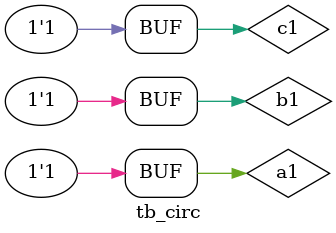
<source format=v>
`timescale 10ns/1ns

module tb_circ();
    reg a1,b1,c1;
    wire y1;

    circ c(.a(a1), .b(b1), .c(c1), .y(y1));

    initial begin
        $dumpfile("esout.vcd");
        $dumpvars;
        a1 = 0; b1 = 0; c1 = 0; #1;
        a1 = 0; b1 = 0; c1 = 1; #1;
        a1 = 0; b1 = 1; c1 = 0; #1;
        a1 = 0; b1 = 1; c1 = 1; #1;
        a1 = 1; b1 = 0; c1 = 0; #1;
        a1 = 1; b1 = 0; c1 = 1; #1;
        a1 = 1; b1 = 1; c1 = 0; #1;
        a1 = 1; b1 = 1; c1 = 1; #1;
    end

endmodule

</source>
